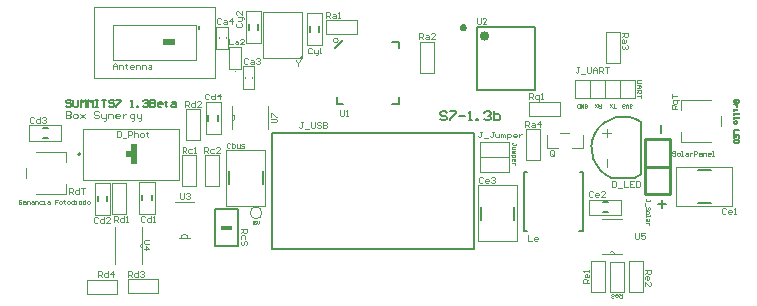
<source format=gbr>
%TF.GenerationSoftware,Altium Limited,Altium Designer,19.0.11 (319)*%
G04 Layer_Color=65535*
%FSLAX26Y26*%
%MOIN*%
%TF.FileFunction,Legend,Top*%
%TF.Part,Single*%
G01*
G75*
%TA.AperFunction,NonConductor*%
%ADD67C,0.007874*%
%ADD68C,0.003000*%
%ADD69C,0.005000*%
%ADD70C,0.004331*%
%ADD88C,0.003937*%
%ADD89C,0.000000*%
%ADD90C,0.004000*%
%ADD91C,0.003300*%
%ADD92C,0.003543*%
%ADD93C,0.008000*%
%ADD94C,0.001968*%
%ADD95C,0.003150*%
%ADD96C,0.004016*%
%ADD97C,0.002000*%
%ADD98C,0.010000*%
%ADD99C,0.003228*%
%ADD100C,0.006000*%
%ADD101C,0.002362*%
%ADD102C,0.005906*%
%ADD103C,0.004724*%
%ADD104C,0.005118*%
%ADD105R,0.019685X0.070866*%
%ADD106R,0.025590X0.019685*%
%ADD107R,0.007874X0.017716*%
%ADD108R,0.039370X0.019685*%
G36*
X724409Y238189D02*
Y253937D01*
X759843D01*
Y238189D01*
X724409D01*
D02*
G37*
D67*
X2104035Y413774D02*
G03*
X2123469Y424195I-40058J98037D01*
G01*
X2123711Y599263D02*
G03*
X2024644Y413480I-59734J-87452D01*
G01*
X254921Y492126D02*
G03*
X254921Y492126I-3937J0D01*
G01*
X2024606Y413386D02*
X2104035D01*
X2123811Y424195D02*
Y599409D01*
X1567520Y175984D02*
Y563071D01*
X892520Y175984D02*
Y563071D01*
X1567520D01*
X1575787Y915354D02*
X1770669D01*
Y706693D02*
Y915354D01*
X1575787Y706693D02*
X1770669D01*
X1575787D02*
Y915354D01*
X1475715Y630569D02*
X1470467Y635817D01*
X1459972D01*
X1454724Y630569D01*
Y625321D01*
X1459972Y620074D01*
X1470467D01*
X1475715Y614826D01*
Y609578D01*
X1470467Y604331D01*
X1459972D01*
X1454724Y609578D01*
X1486210Y635817D02*
X1507201D01*
Y630569D01*
X1486210Y609578D01*
Y604331D01*
X1517696Y620074D02*
X1538687D01*
X1549182Y604331D02*
X1559677D01*
X1554430D01*
Y635817D01*
X1549182Y630569D01*
X1575420Y604331D02*
Y609578D01*
X1580668D01*
Y604331D01*
X1575420D01*
X1601659Y630569D02*
X1606906Y635817D01*
X1617402D01*
X1622649Y630569D01*
Y625321D01*
X1617402Y620074D01*
X1612154D01*
X1617402D01*
X1622649Y614826D01*
Y609578D01*
X1617402Y604331D01*
X1606906D01*
X1601659Y609578D01*
X1633145Y635817D02*
Y604331D01*
X1648888D01*
X1654135Y609578D01*
Y614826D01*
Y620074D01*
X1648888Y625321D01*
X1633145D01*
D68*
X584213Y407126D02*
Y577126D01*
X264213D02*
X584213D01*
X264213Y407126D02*
Y577126D01*
Y407126D02*
X584213D01*
X514764Y27559D02*
Y74803D01*
X412402D02*
X514764D01*
X412402Y27559D02*
Y74803D01*
Y27559D02*
X514764D01*
X275591Y26575D02*
Y73819D01*
Y26575D02*
X377953D01*
Y73819D01*
X275591D02*
X377953D01*
X742087Y320386D02*
X872087D01*
Y506386D01*
X742087D02*
X872087D01*
X742087Y320386D02*
Y506386D01*
X2241646Y449646D02*
X2427646D01*
Y319646D02*
Y449646D01*
X2241646Y319646D02*
X2427646D01*
X2241646D02*
Y449646D01*
X1579685Y202236D02*
X1709685D01*
Y388236D01*
X1579685D02*
X1709685D01*
X1579685Y202236D02*
Y388236D01*
X1074803Y891732D02*
X1177165D01*
X1074803D02*
Y938976D01*
X1177165D01*
Y891732D02*
Y938976D01*
X1385827Y864173D02*
X1433071D01*
X1385827Y761811D02*
Y864173D01*
Y761811D02*
X1433071D01*
Y864173D01*
X2005532Y795276D02*
Y897638D01*
X2052776D01*
Y795276D02*
Y897638D01*
X2005532Y795276D02*
X2052776D01*
X1740158Y574803D02*
X1787401D01*
X1740158Y472441D02*
Y574803D01*
Y472441D02*
X1787401D01*
Y574803D01*
X641732Y385236D02*
Y487598D01*
X594488Y385236D02*
X641732D01*
X594488D02*
Y487598D01*
X641732D01*
X669291D02*
X716535D01*
X669291Y385236D02*
Y487598D01*
Y385236D02*
X716535D01*
Y487598D01*
X408464Y292323D02*
Y394685D01*
X361220Y292323D02*
X408464D01*
X361220D02*
Y394685D01*
X408464D01*
X1956693Y134449D02*
X2003937D01*
X1956693Y32087D02*
Y134449D01*
Y32087D02*
X2003937D01*
Y134449D01*
X2082677Y32087D02*
Y134449D01*
X2129921D01*
Y32087D02*
Y134449D01*
X2082677Y32087D02*
X2129921D01*
X2019685Y133858D02*
X2066929D01*
X2019685Y31496D02*
Y133858D01*
Y31496D02*
X2066929D01*
Y133858D01*
X1750591Y618110D02*
X1852953D01*
X1750591D02*
Y665354D01*
X1852953D01*
Y618110D02*
Y665354D01*
X607284Y538779D02*
Y641142D01*
X654528D01*
Y538779D02*
Y641142D01*
X607284Y538779D02*
X654528D01*
X502953Y293805D02*
Y400104D01*
X451772Y293805D02*
X502953D01*
X451772D02*
Y400104D01*
X502953D01*
X303132Y289868D02*
Y396167D01*
X354313D01*
Y289868D02*
Y396167D01*
X303132Y289868D02*
X354313D01*
X85236Y536221D02*
X191536D01*
X85236D02*
Y587402D01*
X191536D01*
Y536221D02*
Y587402D01*
X1951378Y340551D02*
X2057677D01*
Y289370D02*
Y340551D01*
X1951378Y289370D02*
X2057677D01*
X1951378D02*
Y340551D01*
X1061024Y856299D02*
Y962598D01*
X1009842Y856299D02*
X1061024D01*
X1009842D02*
Y962598D01*
X1061024D01*
X857874Y862992D02*
Y969291D01*
X806693Y862992D02*
X857874D01*
X806693D02*
Y969291D01*
X857874D01*
X672244Y559241D02*
Y665540D01*
X723425D01*
Y559241D02*
Y665540D01*
X672244Y559241D02*
X723425D01*
X2124932Y738661D02*
X2111603D01*
X2108937Y735996D01*
Y730664D01*
X2111603Y727998D01*
X2124932D01*
X2108937Y722667D02*
X2119600D01*
X2124932Y717335D01*
X2119600Y712003D01*
X2108937D01*
X2116934D01*
Y722667D01*
X2108937Y706672D02*
X2124932D01*
Y698674D01*
X2122266Y696009D01*
X2116934D01*
X2114269Y698674D01*
Y706672D01*
Y701340D02*
X2108937Y696009D01*
X2124932Y690677D02*
Y680014D01*
Y685345D01*
X2108937D01*
X2093937Y647917D02*
X2091938Y645917D01*
X2087939D01*
X2085940Y647917D01*
Y649916D01*
X2087939Y651915D01*
X2089938D01*
X2087939D01*
X2085940Y653915D01*
Y655914D01*
X2087939Y657913D01*
X2091938D01*
X2093937Y655914D01*
X2081941Y645917D02*
Y653915D01*
X2077942Y657913D01*
X2073943Y653915D01*
Y645917D01*
X2069945Y647917D02*
X2067945Y645917D01*
X2063947D01*
X2061947Y647917D01*
Y649916D01*
X2063947Y651915D01*
X2065946D01*
X2063947D01*
X2061947Y653915D01*
Y655914D01*
X2063947Y657913D01*
X2067945D01*
X2069945Y655914D01*
X2038937Y645917D02*
X2030940D01*
X2034938D01*
Y657913D01*
X2026941Y649916D02*
X2018944Y657913D01*
X2022942Y653915D01*
X2018944Y649916D01*
X2026941Y657913D01*
X1988937D02*
Y645917D01*
X1982939D01*
X1980940Y647917D01*
Y651915D01*
X1982939Y653915D01*
X1988937D01*
X1984938D02*
X1980940Y657913D01*
X1976941Y649916D02*
X1968944Y657913D01*
X1972942Y653915D01*
X1968944Y649916D01*
X1976941Y657913D01*
X1935940Y647917D02*
X1937939Y645917D01*
X1941938D01*
X1943937Y647917D01*
Y655914D01*
X1941938Y657913D01*
X1937939D01*
X1935940Y655914D01*
Y651915D01*
X1939938D01*
X1931941Y657913D02*
Y645917D01*
X1923944Y657913D01*
Y645917D01*
X1919945D02*
Y657913D01*
X1913947D01*
X1911947Y655914D01*
Y647917D01*
X1913947Y645917D01*
X1919945D01*
D69*
X1614812Y885827D02*
G03*
X1614812Y885827I-12450J0D01*
G01*
X1611166D02*
G03*
X1611166Y885827I-8803J0D01*
G01*
X1607930D02*
G03*
X1607930Y885827I-5568J0D01*
G01*
X1606299D02*
G03*
X1606299Y885827I-3937J0D01*
G01*
Y881890D02*
G03*
X1606299Y881890I-3937J0D01*
G01*
X1540299Y913386D02*
G03*
X1540299Y913386I-8803J0D01*
G01*
X1539370D02*
G03*
X1539370Y913386I-3937J0D01*
G01*
X1535433D02*
G03*
X1535433Y913386I-3937J0D01*
G01*
X996668Y812764D02*
G03*
X996668Y812764I-3387J0D01*
G01*
X892520Y175984D02*
X1567520D01*
X862205Y392126D02*
Y434646D01*
X751968Y392126D02*
Y434646D01*
X2313386Y439764D02*
X2355905D01*
X2313386Y329528D02*
X2355905D01*
X1699803Y273977D02*
Y316496D01*
X1589567Y273977D02*
Y316496D01*
X1929134Y234252D02*
Y431102D01*
X1917323Y234252D02*
X1929134D01*
X1919291Y431102D02*
X1929134D01*
X1732284Y234252D02*
Y431102D01*
X1744094D01*
X1732284Y234252D02*
X1742126D01*
X704724Y184055D02*
Y308071D01*
Y184055D02*
X779528D01*
Y308071D01*
X704724D02*
X779528D01*
X461614Y338096D02*
Y355813D01*
X493110Y338096D02*
Y355813D01*
X344470Y334159D02*
Y351876D01*
X312974Y334159D02*
Y351876D01*
X129528Y577559D02*
X147244D01*
X129528Y546063D02*
X147244D01*
X1995669Y299213D02*
X2013386D01*
X1995669Y330709D02*
X2013386D01*
X1019685Y900591D02*
Y918307D01*
X1051181Y900591D02*
Y918307D01*
X816535Y907283D02*
Y925000D01*
X848031Y907283D02*
Y925000D01*
X713583Y603532D02*
Y621249D01*
X682087Y603532D02*
Y621249D01*
D70*
X891739Y597441D02*
X908138D01*
X911417Y600721D01*
Y607280D01*
X908138Y610560D01*
X891739D01*
Y617120D02*
Y630239D01*
X895018D01*
X908138Y617120D01*
X911417D01*
X485230Y204724D02*
X468831D01*
X465551Y201445D01*
Y194885D01*
X468831Y191605D01*
X485230D01*
X465551Y175207D02*
X485230D01*
X475390Y185046D01*
Y171927D01*
X313976Y82677D02*
Y102356D01*
X323816D01*
X327096Y99076D01*
Y92516D01*
X323816Y89237D01*
X313976D01*
X320536D02*
X327096Y82677D01*
X346774Y102356D02*
Y82677D01*
X336935D01*
X333655Y85957D01*
Y92516D01*
X336935Y95796D01*
X346774D01*
X363173Y82677D02*
Y102356D01*
X353334Y92516D01*
X366453D01*
X413413Y82677D02*
Y102356D01*
X423252D01*
X426532Y99076D01*
Y92516D01*
X423252Y89237D01*
X413413D01*
X419972D02*
X426532Y82677D01*
X446211Y102356D02*
Y82677D01*
X436371D01*
X433091Y85957D01*
Y92516D01*
X436371Y95796D01*
X446211D01*
X452770Y99076D02*
X456050Y102356D01*
X462609D01*
X465889Y99076D01*
Y95796D01*
X462609Y92516D01*
X459330D01*
X462609D01*
X465889Y89237D01*
Y85957D01*
X462609Y82677D01*
X456050D01*
X452770Y85957D01*
X997371Y597434D02*
X990812D01*
X994091D01*
Y581036D01*
X990812Y577756D01*
X987532D01*
X984252Y581036D01*
X1003931Y574476D02*
X1017050D01*
X1023609Y597434D02*
Y581036D01*
X1026889Y577756D01*
X1033448D01*
X1036728Y581036D01*
Y597434D01*
X1056407Y594155D02*
X1053127Y597434D01*
X1046568D01*
X1043288Y594155D01*
Y590875D01*
X1046568Y587595D01*
X1053127D01*
X1056407Y584315D01*
Y581036D01*
X1053127Y577756D01*
X1046568D01*
X1043288Y581036D01*
X1062966Y597434D02*
Y577756D01*
X1072806D01*
X1076085Y581036D01*
Y584315D01*
X1072806Y587595D01*
X1062966D01*
X1072806D01*
X1076085Y590875D01*
Y594155D01*
X1072806Y597434D01*
X1062966D01*
X2244095Y641732D02*
X2225597D01*
Y650981D01*
X2228680Y654064D01*
X2234845D01*
X2237928Y650981D01*
Y641732D01*
Y647898D02*
X2244095Y654064D01*
X2250260Y672562D02*
X2231763D01*
Y663313D01*
X2234845Y660230D01*
X2241012D01*
X2244095Y663313D01*
Y672562D01*
X2225597Y678728D02*
Y691060D01*
Y684894D01*
X2244095D01*
X751968Y875979D02*
Y858268D01*
X763776D01*
X772631Y870075D02*
X778535D01*
X781486Y867123D01*
Y858268D01*
X772631D01*
X769679Y861220D01*
X772631Y864171D01*
X781486D01*
X799197Y858268D02*
X787390D01*
X799197Y870075D01*
Y873027D01*
X796245Y875979D01*
X790342D01*
X787390Y873027D01*
X722765Y942580D02*
X719485Y945860D01*
X712926D01*
X709646Y942580D01*
Y929461D01*
X712926Y926181D01*
X719485D01*
X722765Y929461D01*
X732604Y939300D02*
X739164D01*
X742443Y936020D01*
Y926181D01*
X732604D01*
X729324Y929461D01*
X732604Y932741D01*
X742443D01*
X758842Y926181D02*
Y945860D01*
X749003Y936020D01*
X762122D01*
X814300Y809706D02*
X811020Y812986D01*
X804461D01*
X801181Y809706D01*
Y796587D01*
X804461Y793307D01*
X811020D01*
X814300Y796587D01*
X824139Y806426D02*
X830699D01*
X833979Y803146D01*
Y793307D01*
X824139D01*
X820860Y796587D01*
X824139Y799867D01*
X833979D01*
X840538Y809706D02*
X843818Y812986D01*
X850378D01*
X853657Y809706D01*
Y806426D01*
X850378Y803146D01*
X847098D01*
X850378D01*
X853657Y799867D01*
Y796587D01*
X850378Y793307D01*
X843818D01*
X840538Y796587D01*
X364173Y776575D02*
Y789694D01*
X370733Y796253D01*
X377292Y789694D01*
Y776575D01*
Y786414D01*
X364173D01*
X383852Y776575D02*
Y789694D01*
X393691D01*
X396971Y786414D01*
Y776575D01*
X406810Y792974D02*
Y789694D01*
X403530D01*
X410090D01*
X406810D01*
Y779855D01*
X410090Y776575D01*
X429769D02*
X423209D01*
X419929Y779855D01*
Y786414D01*
X423209Y789694D01*
X429769D01*
X433048Y786414D01*
Y783134D01*
X419929D01*
X439608Y776575D02*
Y789694D01*
X449447D01*
X452727Y786414D01*
Y776575D01*
X459286D02*
Y789694D01*
X469126D01*
X472406Y786414D01*
Y776575D01*
X482245Y789694D02*
X488804D01*
X492084Y786414D01*
Y776575D01*
X482245D01*
X478965Y779855D01*
X482245Y783134D01*
X492084D01*
X604331Y649606D02*
Y669285D01*
X614170D01*
X617450Y666005D01*
Y659446D01*
X614170Y656166D01*
X604331D01*
X610890D02*
X617450Y649606D01*
X637128Y669285D02*
Y649606D01*
X627289D01*
X624009Y652886D01*
Y659446D01*
X627289Y662725D01*
X637128D01*
X656807Y649606D02*
X643688D01*
X656807Y662725D01*
Y666005D01*
X653527Y669285D01*
X646968D01*
X643688Y666005D01*
X684379Y690611D02*
X681099Y693891D01*
X674540D01*
X671260Y690611D01*
Y677492D01*
X674540Y674213D01*
X681099D01*
X684379Y677492D01*
X704058Y693891D02*
Y674213D01*
X694218D01*
X690938Y677492D01*
Y684052D01*
X694218Y687332D01*
X704058D01*
X720456Y674213D02*
Y693891D01*
X710617Y684052D01*
X723736D01*
X218504Y359252D02*
Y378931D01*
X228343D01*
X231623Y375651D01*
Y369091D01*
X228343Y365812D01*
X218504D01*
X225063D02*
X231623Y359252D01*
X251302Y378931D02*
Y359252D01*
X241462D01*
X238183Y362532D01*
Y369091D01*
X241462Y372371D01*
X251302D01*
X257861Y378931D02*
X270980D01*
X264421D01*
Y359252D01*
X974016Y806491D02*
Y803211D01*
X980575Y796652D01*
X987135Y803211D01*
Y806491D01*
X980575Y796652D02*
Y786812D01*
X2104035Y228340D02*
Y211941D01*
X2107314Y208661D01*
X2113874D01*
X2117154Y211941D01*
Y228340D01*
X2136832D02*
X2123713D01*
Y218501D01*
X2130273Y221780D01*
X2133553D01*
X2136832Y218501D01*
Y211941D01*
X2133553Y208661D01*
X2126993D01*
X2123713Y211941D01*
X586614Y362198D02*
Y345800D01*
X589894Y342520D01*
X596453D01*
X599733Y345800D01*
Y362198D01*
X606293Y358919D02*
X609573Y362198D01*
X616132D01*
X619412Y358919D01*
Y355639D01*
X616132Y352359D01*
X612852D01*
X616132D01*
X619412Y349079D01*
Y345800D01*
X616132Y342520D01*
X609573D01*
X606293Y345800D01*
X1575787Y945860D02*
Y929461D01*
X1579067Y926181D01*
X1585627D01*
X1588907Y929461D01*
Y945860D01*
X1608585Y926181D02*
X1595466D01*
X1608585Y939300D01*
Y942580D01*
X1605305Y945860D01*
X1598746D01*
X1595466Y942580D01*
X1122047Y637789D02*
Y621390D01*
X1125327Y618110D01*
X1131887D01*
X1135166Y621390D01*
Y637789D01*
X1141726Y618110D02*
X1148285D01*
X1145006D01*
Y637789D01*
X1141726Y634509D01*
X1751968Y677165D02*
Y696844D01*
X1761808D01*
X1765088Y693564D01*
Y687005D01*
X1761808Y683725D01*
X1751968D01*
X1758528D02*
X1765088Y677165D01*
X1784766Y670606D02*
Y690284D01*
X1774927D01*
X1771647Y687005D01*
Y680445D01*
X1774927Y677165D01*
X1784766D01*
X1791326D02*
X1797885D01*
X1794605D01*
Y696844D01*
X1791326Y693564D01*
X2138780Y105315D02*
X2158458D01*
Y95476D01*
X2155178Y92196D01*
X2148619D01*
X2145339Y95476D01*
Y105315D01*
Y98755D02*
X2138780Y92196D01*
Y75797D02*
Y82357D01*
X2142059Y85636D01*
X2148619D01*
X2151899Y82357D01*
Y75797D01*
X2148619Y72517D01*
X2145339D01*
Y85636D01*
X2138780Y52839D02*
Y65958D01*
X2151899Y52839D01*
X2155178D01*
X2158458Y56118D01*
Y62678D01*
X2155178Y65958D01*
X1948819Y61024D02*
X1929140D01*
Y70863D01*
X1932420Y74143D01*
X1938980D01*
X1942259Y70863D01*
Y61024D01*
Y67583D02*
X1948819Y74143D01*
Y90541D02*
Y83982D01*
X1945539Y80702D01*
X1938980D01*
X1935700Y83982D01*
Y90541D01*
X1938980Y93821D01*
X1942259D01*
Y80702D01*
X1948819Y100381D02*
Y106940D01*
Y103661D01*
X1929140D01*
X1932420Y100381D01*
X367126Y266732D02*
Y286411D01*
X376965D01*
X380245Y283131D01*
Y276572D01*
X376965Y273292D01*
X367126D01*
X373685D02*
X380245Y266732D01*
X399924Y286411D02*
Y266732D01*
X390084D01*
X386805Y270012D01*
Y276572D01*
X390084Y279851D01*
X399924D01*
X406483Y266732D02*
X413043D01*
X409763D01*
Y286411D01*
X406483Y283131D01*
X668307Y497047D02*
Y516726D01*
X678146D01*
X681426Y513446D01*
Y506887D01*
X678146Y503607D01*
X668307D01*
X674867D02*
X681426Y497047D01*
X701105Y510166D02*
X691265D01*
X687986Y506887D01*
Y500327D01*
X691265Y497047D01*
X701105D01*
X720783D02*
X707664D01*
X720783Y510166D01*
Y513446D01*
X717504Y516726D01*
X710944D01*
X707664Y513446D01*
X595472Y497047D02*
Y516726D01*
X605312D01*
X608591Y513446D01*
Y506887D01*
X605312Y503607D01*
X595472D01*
X602032D02*
X608591Y497047D01*
X628270Y510166D02*
X618431D01*
X615151Y506887D01*
Y500327D01*
X618431Y497047D01*
X628270D01*
X634830D02*
X641389D01*
X638109D01*
Y516726D01*
X634830Y513446D01*
X1738189Y583661D02*
Y603340D01*
X1748028D01*
X1751308Y600060D01*
Y593501D01*
X1748028Y590221D01*
X1738189D01*
X1744748D02*
X1751308Y583661D01*
X1761147Y596780D02*
X1767707D01*
X1770987Y593501D01*
Y583661D01*
X1761147D01*
X1757868Y586941D01*
X1761147Y590221D01*
X1770987D01*
X1787386Y583661D02*
Y603340D01*
X1777546Y593501D01*
X1790665D01*
X2060650Y895669D02*
X2080328D01*
Y885830D01*
X2077048Y882550D01*
X2070489D01*
X2067209Y885830D01*
Y895669D01*
Y889110D02*
X2060650Y882550D01*
X2073769Y872711D02*
Y866151D01*
X2070489Y862872D01*
X2060650D01*
Y872711D01*
X2063929Y875991D01*
X2067209Y872711D01*
Y862872D01*
X2077048Y856312D02*
X2080328Y853032D01*
Y846473D01*
X2077048Y843193D01*
X2073769D01*
X2070489Y846473D01*
Y849753D01*
Y846473D01*
X2067209Y843193D01*
X2063929D01*
X2060650Y846473D01*
Y853032D01*
X2063929Y856312D01*
X1384842Y875984D02*
Y895663D01*
X1394682D01*
X1397962Y892383D01*
Y885824D01*
X1394682Y882544D01*
X1384842D01*
X1391402D02*
X1397962Y875984D01*
X1407801Y889103D02*
X1414360D01*
X1417640Y885824D01*
Y875984D01*
X1407801D01*
X1404521Y879264D01*
X1407801Y882544D01*
X1417640D01*
X1437319Y875984D02*
X1424200D01*
X1437319Y889103D01*
Y892383D01*
X1434039Y895663D01*
X1427479D01*
X1424200Y892383D01*
X1074803Y946850D02*
Y966529D01*
X1084642D01*
X1087922Y963249D01*
Y956690D01*
X1084642Y953410D01*
X1074803D01*
X1081363D02*
X1087922Y946850D01*
X1097762Y959969D02*
X1104321D01*
X1107601Y956690D01*
Y946850D01*
X1097762D01*
X1094482Y950130D01*
X1097762Y953410D01*
X1107601D01*
X1114160Y946850D02*
X1120720D01*
X1117440D01*
Y966529D01*
X1114160Y963249D01*
X789370Y243110D02*
X809049D01*
Y233271D01*
X805769Y229991D01*
X799209D01*
X795930Y233271D01*
Y243110D01*
Y236551D02*
X789370Y229991D01*
X802489Y210312D02*
Y220152D01*
X799209Y223432D01*
X792650D01*
X789370Y220152D01*
Y210312D01*
X805769Y190634D02*
X809049Y193914D01*
Y200473D01*
X805769Y203753D01*
X802489D01*
X799209Y200473D01*
Y193914D01*
X795930Y190634D01*
X792650D01*
X789370Y193914D01*
Y200473D01*
X792650Y203753D01*
X1833985Y488516D02*
Y501635D01*
X1830705Y504915D01*
X1824146D01*
X1820866Y501635D01*
Y488516D01*
X1824146Y485236D01*
X1830705D01*
X1827426Y491796D02*
X1833985Y485236D01*
X1830705D02*
X1833985Y488516D01*
X1748032Y223419D02*
Y203740D01*
X1761151D01*
X1777549D02*
X1770990D01*
X1767710Y207020D01*
Y213579D01*
X1770990Y216859D01*
X1777549D01*
X1780829Y213579D01*
Y210300D01*
X1767710D01*
X1918631Y783458D02*
X1912071D01*
X1915351D01*
Y767059D01*
X1912071Y763779D01*
X1908792D01*
X1905512Y767059D01*
X1925190Y760500D02*
X1938310D01*
X1944869Y783458D02*
Y767059D01*
X1948149Y763779D01*
X1954708D01*
X1957988Y767059D01*
Y783458D01*
X1964548Y763779D02*
Y776899D01*
X1971107Y783458D01*
X1977667Y776899D01*
Y763779D01*
Y773619D01*
X1964548D01*
X1984226Y763779D02*
Y783458D01*
X1994065D01*
X1997345Y780178D01*
Y773619D01*
X1994065Y770339D01*
X1984226D01*
X1990786D02*
X1997345Y763779D01*
X2003905Y783458D02*
X2017024D01*
X2010464D01*
Y763779D01*
X1592843Y567100D02*
X1586284D01*
X1589564D01*
Y550701D01*
X1586284Y547421D01*
X1583004D01*
X1579724Y550701D01*
X1599403Y544141D02*
X1612522D01*
X1632201Y567100D02*
X1625641D01*
X1628921D01*
Y550701D01*
X1625641Y547421D01*
X1622361D01*
X1619082Y550701D01*
X1638760Y560540D02*
Y550701D01*
X1642040Y547421D01*
X1651879D01*
Y560540D01*
X1658439Y547421D02*
Y560540D01*
X1661719D01*
X1664998Y557261D01*
Y547421D01*
Y557261D01*
X1668278Y560540D01*
X1671558Y557261D01*
Y547421D01*
X1678117Y540862D02*
Y560540D01*
X1687957D01*
X1691236Y557261D01*
Y550701D01*
X1687957Y547421D01*
X1678117D01*
X1707635D02*
X1701076D01*
X1697796Y550701D01*
Y557261D01*
X1701076Y560540D01*
X1707635D01*
X1710915Y557261D01*
Y553981D01*
X1697796D01*
X1717475Y560540D02*
Y547421D01*
Y553981D01*
X1720754Y557261D01*
X1724034Y560540D01*
X1727314D01*
X375984Y569875D02*
Y550197D01*
X385824D01*
X389103Y553477D01*
Y566596D01*
X385824Y569875D01*
X375984D01*
X395663Y546917D02*
X408782D01*
X415341Y550197D02*
Y569875D01*
X425181D01*
X428461Y566596D01*
Y560036D01*
X425181Y556756D01*
X415341D01*
X435020Y569875D02*
Y550197D01*
Y560036D01*
X438300Y563316D01*
X444859D01*
X448139Y560036D01*
Y550197D01*
X457978D02*
X464538D01*
X467818Y553477D01*
Y560036D01*
X464538Y563316D01*
X457978D01*
X454699Y560036D01*
Y553477D01*
X457978Y550197D01*
X477657Y566596D02*
Y563316D01*
X474377D01*
X480937D01*
X477657D01*
Y553477D01*
X480937Y550197D01*
X2028150Y401568D02*
Y381890D01*
X2037989D01*
X2041269Y385170D01*
Y398289D01*
X2037989Y401568D01*
X2028150D01*
X2047828Y378610D02*
X2060947D01*
X2067507Y401568D02*
Y381890D01*
X2080626D01*
X2100305Y401568D02*
X2087185D01*
Y381890D01*
X2100305D01*
X2087185Y391729D02*
X2093745D01*
X2106864Y401568D02*
Y381890D01*
X2116703D01*
X2119983Y385170D01*
Y398289D01*
X2116703Y401568D01*
X2106864D01*
X778483Y928473D02*
X775203Y925194D01*
Y918634D01*
X778483Y915354D01*
X791602D01*
X794882Y918634D01*
Y925194D01*
X791602Y928473D01*
X781763Y935033D02*
X791602D01*
X794882Y938313D01*
Y948152D01*
X798162D01*
X801441Y944872D01*
Y941592D01*
X794882Y948152D02*
X781763D01*
X794882Y967831D02*
Y954712D01*
X781763Y967831D01*
X778483D01*
X775203Y964551D01*
Y957991D01*
X778483Y954712D01*
X1025914Y843761D02*
X1022635Y847041D01*
X1016075D01*
X1012795Y843761D01*
Y830642D01*
X1016075Y827362D01*
X1022635D01*
X1025914Y830642D01*
X1032474Y840481D02*
Y830642D01*
X1035754Y827362D01*
X1045593D01*
Y824082D01*
X1042313Y820803D01*
X1039033D01*
X1045593Y827362D02*
Y840481D01*
X1052152Y827362D02*
X1058712D01*
X1055432D01*
Y847041D01*
X1052152Y843761D01*
X1597765Y413230D02*
X1594485Y416509D01*
X1587926D01*
X1584646Y413230D01*
Y400111D01*
X1587926Y396831D01*
X1594485D01*
X1597765Y400111D01*
X1614164Y396831D02*
X1607604D01*
X1604324Y400111D01*
Y406670D01*
X1607604Y409950D01*
X1614164D01*
X1617443Y406670D01*
Y403390D01*
X1604324D01*
X1624003Y413230D02*
X1627283Y416509D01*
X1633842D01*
X1637122Y413230D01*
Y409950D01*
X1633842Y406670D01*
X1630562D01*
X1633842D01*
X1637122Y403390D01*
Y400111D01*
X1633842Y396831D01*
X1627283D01*
X1624003Y400111D01*
X1962922Y364824D02*
X1959642Y368104D01*
X1953083D01*
X1949803Y364824D01*
Y351705D01*
X1953083Y348425D01*
X1959642D01*
X1962922Y351705D01*
X1979321Y348425D02*
X1972762D01*
X1969482Y351705D01*
Y358264D01*
X1972762Y361544D01*
X1979321D01*
X1982601Y358264D01*
Y354985D01*
X1969482D01*
X2002279Y348425D02*
X1989160D01*
X2002279Y361544D01*
Y364824D01*
X1999000Y368104D01*
X1992440D01*
X1989160Y364824D01*
X2406820Y307738D02*
X2403540Y311017D01*
X2396981D01*
X2393701Y307738D01*
Y294618D01*
X2396981Y291339D01*
X2403540D01*
X2406820Y294618D01*
X2423219Y291339D02*
X2416659D01*
X2413379Y294618D01*
Y301178D01*
X2416659Y304458D01*
X2423219D01*
X2426499Y301178D01*
Y297898D01*
X2413379D01*
X2433058Y291339D02*
X2439617D01*
X2436338D01*
Y311017D01*
X2433058Y307738D01*
X99733Y612856D02*
X96454Y616135D01*
X89894D01*
X86614Y612856D01*
Y599736D01*
X89894Y596457D01*
X96454D01*
X99733Y599736D01*
X119412Y616135D02*
Y596457D01*
X109573D01*
X106293Y599736D01*
Y606296D01*
X109573Y609576D01*
X119412D01*
X125971Y612856D02*
X129251Y616135D01*
X135811D01*
X139090Y612856D01*
Y609576D01*
X135811Y606296D01*
X132531D01*
X135811D01*
X139090Y603016D01*
Y599736D01*
X135811Y596457D01*
X129251D01*
X125971Y599736D01*
X313316Y280178D02*
X310036Y283458D01*
X303477D01*
X300197Y280178D01*
Y267059D01*
X303477Y263779D01*
X310036D01*
X313316Y267059D01*
X332995Y283458D02*
Y263779D01*
X323155D01*
X319875Y267059D01*
Y273619D01*
X323155Y276899D01*
X332995D01*
X352673Y263779D02*
X339554D01*
X352673Y276899D01*
Y280178D01*
X349393Y283458D01*
X342834D01*
X339554Y280178D01*
X469812Y283131D02*
X466532Y286411D01*
X459973D01*
X456693Y283131D01*
Y270012D01*
X459973Y266732D01*
X466532D01*
X469812Y270012D01*
X489491Y286411D02*
Y266732D01*
X479651D01*
X476372Y270012D01*
Y276572D01*
X479651Y279851D01*
X489491D01*
X496050Y266732D02*
X502610D01*
X499330D01*
Y286411D01*
X496050Y283131D01*
D88*
X760827Y603297D02*
G03*
X760827Y623081I0J9892D01*
G01*
X460630Y193132D02*
G03*
X460630Y179927I-0J-6602D01*
G01*
X880905Y574803D02*
Y651575D01*
X760827Y574803D02*
Y651575D01*
X371063Y125506D02*
Y247553D01*
X460630Y125506D02*
Y247553D01*
X58396Y338251D02*
X56100Y340547D01*
X51508D01*
X49213Y338251D01*
Y329067D01*
X51508Y326772D01*
X56100D01*
X58396Y329067D01*
Y333659D01*
X53804D01*
X65283Y335955D02*
X69875D01*
X72171Y333659D01*
Y326772D01*
X65283D01*
X62988Y329067D01*
X65283Y331363D01*
X72171D01*
X76763Y326772D02*
Y335955D01*
X83650D01*
X85946Y333659D01*
Y326772D01*
X92833Y335955D02*
X97425D01*
X99721Y333659D01*
Y326772D01*
X92833D01*
X90538Y329067D01*
X92833Y331363D01*
X99721D01*
X104313Y326772D02*
Y335955D01*
X111200D01*
X113496Y333659D01*
Y326772D01*
X127271Y335955D02*
X120383D01*
X118088Y333659D01*
Y329067D01*
X120383Y326772D01*
X127271D01*
X131863D02*
X136454D01*
X134158D01*
Y335955D01*
X131863D01*
X145638D02*
X150229D01*
X152525Y333659D01*
Y326772D01*
X145638D01*
X143342Y329067D01*
X145638Y331363D01*
X152525D01*
X180075Y340547D02*
X170892D01*
Y333659D01*
X175483D01*
X170892D01*
Y326772D01*
X186963D02*
X191554D01*
X193850Y329067D01*
Y333659D01*
X191554Y335955D01*
X186963D01*
X184667Y333659D01*
Y329067D01*
X186963Y326772D01*
X200738Y338251D02*
Y335955D01*
X198442D01*
X203034D01*
X200738D01*
Y329067D01*
X203034Y326772D01*
X212217D02*
X216809D01*
X219104Y329067D01*
Y333659D01*
X216809Y335955D01*
X212217D01*
X209921Y333659D01*
Y329067D01*
X212217Y326772D01*
X232879Y340547D02*
Y326772D01*
X225992D01*
X223696Y329067D01*
Y333659D01*
X225992Y335955D01*
X232879D01*
X237471Y326772D02*
X242063D01*
X239767D01*
Y335955D01*
X237471D01*
X251246Y326772D02*
X255838D01*
X258134Y329067D01*
Y333659D01*
X255838Y335955D01*
X251246D01*
X248950Y333659D01*
Y329067D01*
X251246Y326772D01*
X271909Y340547D02*
Y326772D01*
X265021D01*
X262725Y329067D01*
Y333659D01*
X265021Y335955D01*
X271909D01*
X278796Y326772D02*
X283388D01*
X285684Y329067D01*
Y333659D01*
X283388Y335955D01*
X278796D01*
X276500Y333659D01*
Y329067D01*
X278796Y326772D01*
X754590Y526899D02*
X751966Y529522D01*
X746718D01*
X744095Y526899D01*
Y516403D01*
X746718Y513779D01*
X751966D01*
X754590Y516403D01*
X759837Y529522D02*
Y513779D01*
X767709D01*
X770333Y516403D01*
Y519027D01*
Y521651D01*
X767709Y524275D01*
X759837D01*
X775580D02*
Y516403D01*
X778204Y513779D01*
X786076D01*
Y524275D01*
X791323Y513779D02*
X799195D01*
X801818Y516403D01*
X799195Y519027D01*
X793947D01*
X791323Y521651D01*
X793947Y524275D01*
X801818D01*
D89*
X1114299Y870079D02*
G03*
X1114299Y870079I-8000J0D01*
G01*
D90*
X2035559Y158465D02*
G03*
X2019559Y158465I-8000J0D01*
G01*
X614362Y212654D02*
G03*
X590362Y212654I-12000J0D01*
G01*
X2009842Y561024D02*
Y574114D01*
Y561024D02*
X2024606D01*
X1995079Y561811D02*
X2024606D01*
X2009842D02*
X2024606D01*
X2009842D02*
Y574902D01*
Y548327D02*
Y574902D01*
Y448327D02*
Y474901D01*
X364185Y805126D02*
Y923236D01*
Y805126D02*
X639775D01*
Y923236D01*
X364185D02*
X639775D01*
X1892716Y512795D02*
X1929134D01*
Y554134D01*
X1855315Y563976D02*
X1884842D01*
X1811024Y512795D02*
X1847441D01*
X1811024D02*
Y554134D01*
X1994094Y276575D02*
X2061024D01*
X1994094Y158465D02*
X2061024D01*
X585362Y212654D02*
X590362D01*
X614362D01*
X619362D01*
X570362Y331654D02*
X634362D01*
X1588583Y533445D02*
X1683071D01*
Y483445D02*
Y533445D01*
X1588583Y483445D02*
X1683071D01*
X1588583D02*
Y533445D01*
X1683071Y433248D02*
Y466004D01*
X1588583Y433248D02*
Y466516D01*
Y433248D02*
X1683071D01*
X208661Y464567D02*
Y500000D01*
X106299D02*
X208661D01*
X74803Y413386D02*
Y444882D01*
X106299Y358268D02*
X208661D01*
Y393701D01*
X2255905Y531496D02*
Y566929D01*
Y531496D02*
X2358268D01*
X2389764Y586614D02*
Y618110D01*
X2255905Y673228D02*
X2358268D01*
X2255905Y637795D02*
Y673228D01*
X865282Y812764D02*
X993282D01*
X865282D02*
Y965764D01*
X993282D01*
Y812764D02*
Y965764D01*
X2053937Y678661D02*
X2103937D01*
Y738661D01*
X1903937D02*
X2103937D01*
X1903937Y678661D02*
Y738661D01*
Y678661D02*
X2103937D01*
X2053937D02*
Y738661D01*
X2003937Y678661D02*
Y738661D01*
X1953937Y678661D02*
Y738661D01*
X2238343Y499701D02*
X2235844Y502200D01*
X2230846D01*
X2228347Y499701D01*
Y497202D01*
X2230846Y494702D01*
X2235844D01*
X2238343Y492203D01*
Y489704D01*
X2235844Y487205D01*
X2230846D01*
X2228347Y489704D01*
X2245841Y487205D02*
X2250839D01*
X2253338Y489704D01*
Y494702D01*
X2250839Y497202D01*
X2245841D01*
X2243342Y494702D01*
Y489704D01*
X2245841Y487205D01*
X2258337D02*
X2263335D01*
X2260836D01*
Y502200D01*
X2258337D01*
X2273332Y497202D02*
X2278331D01*
X2280830Y494702D01*
Y487205D01*
X2273332D01*
X2270833Y489704D01*
X2273332Y492203D01*
X2280830D01*
X2285828Y497202D02*
Y487205D01*
Y492203D01*
X2288327Y494702D01*
X2290827Y497202D01*
X2293326D01*
X2300823Y487205D02*
Y502200D01*
X2308321D01*
X2310820Y499701D01*
Y494702D01*
X2308321Y492203D01*
X2300823D01*
X2318318Y497202D02*
X2323316D01*
X2325815Y494702D01*
Y487205D01*
X2318318D01*
X2315818Y489704D01*
X2318318Y492203D01*
X2325815D01*
X2330814Y487205D02*
Y497202D01*
X2338311D01*
X2340811Y494702D01*
Y487205D01*
X2353307D02*
X2348308D01*
X2345809Y489704D01*
Y494702D01*
X2348308Y497202D01*
X2353307D01*
X2355806Y494702D01*
Y492203D01*
X2345809D01*
X2360804Y487205D02*
X2365802D01*
X2363303D01*
Y502200D01*
X2360804D01*
D91*
X772169Y768845D02*
G03*
X772169Y768845I-1500J0D01*
G01*
D92*
X860335Y296260D02*
G03*
X860335Y296260I-19783J0D01*
G01*
X2061024Y25591D02*
Y11816D01*
X2054136D01*
X2051840Y14111D01*
Y18703D01*
X2054136Y20999D01*
X2061024D01*
X2056432D02*
X2051840Y25591D01*
X2040361D02*
X2044953D01*
X2047249Y23295D01*
Y18703D01*
X2044953Y16407D01*
X2040361D01*
X2038065Y18703D01*
Y20999D01*
X2047249D01*
X2033474Y14111D02*
X2031178Y11816D01*
X2026586D01*
X2024290Y14111D01*
Y16407D01*
X2026586Y18703D01*
X2028882D01*
X2026586D01*
X2024290Y20999D01*
Y23295D01*
X2026586Y25591D01*
X2031178D01*
X2033474Y23295D01*
D93*
X1295276Y867205D02*
X1316024D01*
Y846457D02*
Y867205D01*
Y660354D02*
Y681102D01*
X1295276Y660354D02*
X1316024D01*
X1109173D02*
X1129921D01*
X1109173D02*
Y681102D01*
X1104173Y846457D02*
X1129921Y872205D01*
D94*
X702768Y746071D02*
Y982291D01*
X301193Y746071D02*
X702768D01*
X301193Y982291D02*
X702768D01*
X301193Y746071D02*
Y982291D01*
D95*
X1683071Y466004D02*
Y483445D01*
X2153539Y334320D02*
Y338912D01*
Y336616D01*
X2142060D01*
X2139764Y338912D01*
Y341208D01*
X2142060Y343504D01*
X2137468Y329729D02*
Y320546D01*
X2151243Y306771D02*
X2153539Y309066D01*
Y313658D01*
X2151243Y315954D01*
X2148947D01*
X2146651Y313658D01*
Y309066D01*
X2144356Y306771D01*
X2142060D01*
X2139764Y309066D01*
Y313658D01*
X2142060Y315954D01*
X2139764Y299883D02*
Y295291D01*
X2142060Y292995D01*
X2146651D01*
X2148947Y295291D01*
Y299883D01*
X2146651Y302179D01*
X2142060D01*
X2139764Y299883D01*
Y288404D02*
Y283812D01*
Y286108D01*
X2153539D01*
Y288404D01*
X2148947Y274629D02*
Y270037D01*
X2146651Y267741D01*
X2139764D01*
Y274629D01*
X2142060Y276925D01*
X2144356Y274629D01*
Y267741D01*
X2148947Y263150D02*
X2139764D01*
X2144356D01*
X2146651Y260854D01*
X2148947Y258558D01*
Y256262D01*
D96*
X1683071Y455099D02*
Y483445D01*
X1588583Y455610D02*
Y483957D01*
D97*
X751968Y774751D02*
X789370D01*
Y849554D01*
X751968D02*
X789370D01*
X751968Y774751D02*
Y849554D01*
X834646Y709845D02*
Y784648D01*
X797244Y709845D02*
X834646D01*
X797244D02*
Y784648D01*
X834646D01*
X827756Y745278D02*
Y749215D01*
X804134Y745278D02*
Y749215D01*
X708659Y842528D02*
Y917331D01*
X746061D01*
Y842528D02*
Y917331D01*
X708659Y842528D02*
X746061D01*
X715549Y877961D02*
Y881898D01*
X739171Y877961D02*
Y881898D01*
D98*
X2220472Y358268D02*
Y543307D01*
X2137795D02*
X2220472D01*
X2137795Y358268D02*
Y543307D01*
Y358268D02*
X2220472D01*
X2137795Y448819D02*
X2220472D01*
D99*
X1708263Y520981D02*
Y525441D01*
Y523211D01*
X1697112D01*
X1694882Y525441D01*
Y527672D01*
X1697112Y529902D01*
X1703803Y516520D02*
X1697112D01*
X1694882Y514290D01*
Y507599D01*
X1703803D01*
X1694882Y503139D02*
X1703803D01*
Y500909D01*
X1701573Y498678D01*
X1694882D01*
X1701573D01*
X1703803Y496448D01*
X1701573Y494218D01*
X1694882D01*
X1690421Y489757D02*
X1703803D01*
Y483067D01*
X1701573Y480836D01*
X1697112D01*
X1694882Y483067D01*
Y489757D01*
Y469685D02*
Y474146D01*
X1697112Y476376D01*
X1701573D01*
X1703803Y474146D01*
Y469685D01*
X1701573Y467455D01*
X1699342D01*
Y476376D01*
X1703803Y462994D02*
X1694882D01*
X1699342D01*
X1701573Y460764D01*
X1703803Y458534D01*
Y456303D01*
D100*
X2195190Y339567D02*
Y312909D01*
X2208519Y326238D02*
X2181861D01*
X2191253Y587598D02*
Y560940D01*
D101*
X839564Y269681D02*
X831693D01*
Y263778D01*
X835629Y265745D01*
X837596D01*
X839564Y263778D01*
Y259842D01*
X837596Y257874D01*
X833661D01*
X831693Y259842D01*
X843500Y269681D02*
Y261810D01*
X847436Y257874D01*
X851372Y261810D01*
Y269681D01*
D102*
X223945Y669941D02*
X219878Y674008D01*
X211744D01*
X207677Y669941D01*
Y665874D01*
X211744Y661807D01*
X219878D01*
X223945Y657740D01*
Y653673D01*
X219878Y649606D01*
X211744D01*
X207677Y653673D01*
X232079Y674008D02*
Y653673D01*
X236146Y649606D01*
X244280D01*
X248346Y653673D01*
Y674008D01*
X256480Y649606D02*
Y674008D01*
X264614Y665874D01*
X272748Y674008D01*
Y649606D01*
X280882D02*
Y674008D01*
X289015Y665874D01*
X297149Y674008D01*
Y649606D01*
X305283Y674008D02*
X313417D01*
X309350D01*
Y649606D01*
X305283D01*
X313417D01*
X325618Y674008D02*
X341885D01*
X333752D01*
Y649606D01*
X366287Y669941D02*
X362220Y674008D01*
X354086D01*
X350019Y669941D01*
Y665874D01*
X354086Y661807D01*
X362220D01*
X366287Y657740D01*
Y653673D01*
X362220Y649606D01*
X354086D01*
X350019Y653673D01*
X374421Y674008D02*
X390688D01*
Y669941D01*
X374421Y653673D01*
Y649606D01*
X423224D02*
X431358D01*
X427291D01*
Y674008D01*
X423224Y669941D01*
X443558Y649606D02*
Y653673D01*
X447625D01*
Y649606D01*
X443558D01*
X463893Y669941D02*
X467960Y674008D01*
X476094D01*
X480161Y669941D01*
Y665874D01*
X476094Y661807D01*
X472027D01*
X476094D01*
X480161Y657740D01*
Y653673D01*
X476094Y649606D01*
X467960D01*
X463893Y653673D01*
X488295Y674008D02*
Y649606D01*
X500495D01*
X504562Y653673D01*
Y657740D01*
X500495Y661807D01*
X488295D01*
X500495D01*
X504562Y665874D01*
Y669941D01*
X500495Y674008D01*
X488295D01*
X524897Y649606D02*
X516763D01*
X512696Y653673D01*
Y661807D01*
X516763Y665874D01*
X524897D01*
X528964Y661807D01*
Y657740D01*
X512696D01*
X541164Y669941D02*
Y665874D01*
X537097D01*
X545231D01*
X541164D01*
Y653673D01*
X545231Y649606D01*
X561499Y665874D02*
X569633D01*
X573700Y661807D01*
Y649606D01*
X561499D01*
X557432Y653673D01*
X561499Y657740D01*
X573700D01*
D103*
X206693Y634835D02*
Y611220D01*
X218500D01*
X222436Y615156D01*
Y619092D01*
X218500Y623028D01*
X206693D01*
X218500D01*
X222436Y626963D01*
Y630899D01*
X218500Y634835D01*
X206693D01*
X234243Y611220D02*
X242114D01*
X246050Y615156D01*
Y623028D01*
X242114Y626963D01*
X234243D01*
X230307Y623028D01*
Y615156D01*
X234243Y611220D01*
X253922Y626963D02*
X269665Y611220D01*
X261793Y619092D01*
X269665Y626963D01*
X253922Y611220D01*
X316893Y630899D02*
X312958Y634835D01*
X305086D01*
X301151Y630899D01*
Y626963D01*
X305086Y623028D01*
X312958D01*
X316893Y619092D01*
Y615156D01*
X312958Y611220D01*
X305086D01*
X301151Y615156D01*
X324765Y626963D02*
Y615156D01*
X328701Y611220D01*
X340508D01*
Y607285D01*
X336572Y603349D01*
X332636D01*
X340508Y611220D02*
Y626963D01*
X348379Y611220D02*
Y626963D01*
X360187D01*
X364122Y623028D01*
Y611220D01*
X383801D02*
X375929D01*
X371994Y615156D01*
Y623028D01*
X375929Y626963D01*
X383801D01*
X387737Y623028D01*
Y619092D01*
X371994D01*
X395608Y626963D02*
Y611220D01*
Y619092D01*
X399544Y623028D01*
X403480Y626963D01*
X407415D01*
X427094Y603349D02*
X431030D01*
X434965Y607285D01*
Y626963D01*
X423158D01*
X419223Y623028D01*
Y615156D01*
X423158Y611220D01*
X434965D01*
X442837Y626963D02*
Y615156D01*
X446773Y611220D01*
X458580D01*
Y607285D01*
X454644Y603349D01*
X450708D01*
X458580Y611220D02*
Y626963D01*
D104*
X2448814Y673228D02*
X2433071D01*
Y665357D01*
X2435695Y662733D01*
X2438318D01*
X2440942Y665357D01*
Y673228D01*
Y665357D01*
X2443566Y662733D01*
X2446190D01*
X2448814Y665357D01*
Y673228D01*
X2443566Y657485D02*
X2433071D01*
X2438318D01*
X2440942Y654862D01*
X2443566Y652238D01*
Y649614D01*
X2433071Y641742D02*
Y636495D01*
Y639119D01*
X2443566D01*
Y641742D01*
X2433071Y628623D02*
Y623376D01*
Y626000D01*
X2448814D01*
Y628623D01*
X2433071Y615504D02*
Y610257D01*
Y612880D01*
X2448814D01*
Y615504D01*
X2433071Y599761D02*
Y594514D01*
X2435695Y591890D01*
X2440942D01*
X2443566Y594514D01*
Y599761D01*
X2440942Y602385D01*
X2435695D01*
X2433071Y599761D01*
X2448814Y570899D02*
X2433071D01*
Y560404D01*
X2448814Y544661D02*
Y555157D01*
X2433071D01*
Y544661D01*
X2440942Y555157D02*
Y549909D01*
X2448814Y539414D02*
X2433071D01*
Y531542D01*
X2435695Y528918D01*
X2446190D01*
X2448814Y531542D01*
Y539414D01*
D105*
X434055Y492126D02*
D03*
D106*
X421260Y492126D02*
D03*
D107*
X651586Y912409D02*
D03*
D108*
X551193Y864181D02*
D03*
%TF.MD5,8002e747d9638e5f6cd04d5537c7da19*%
M02*

</source>
